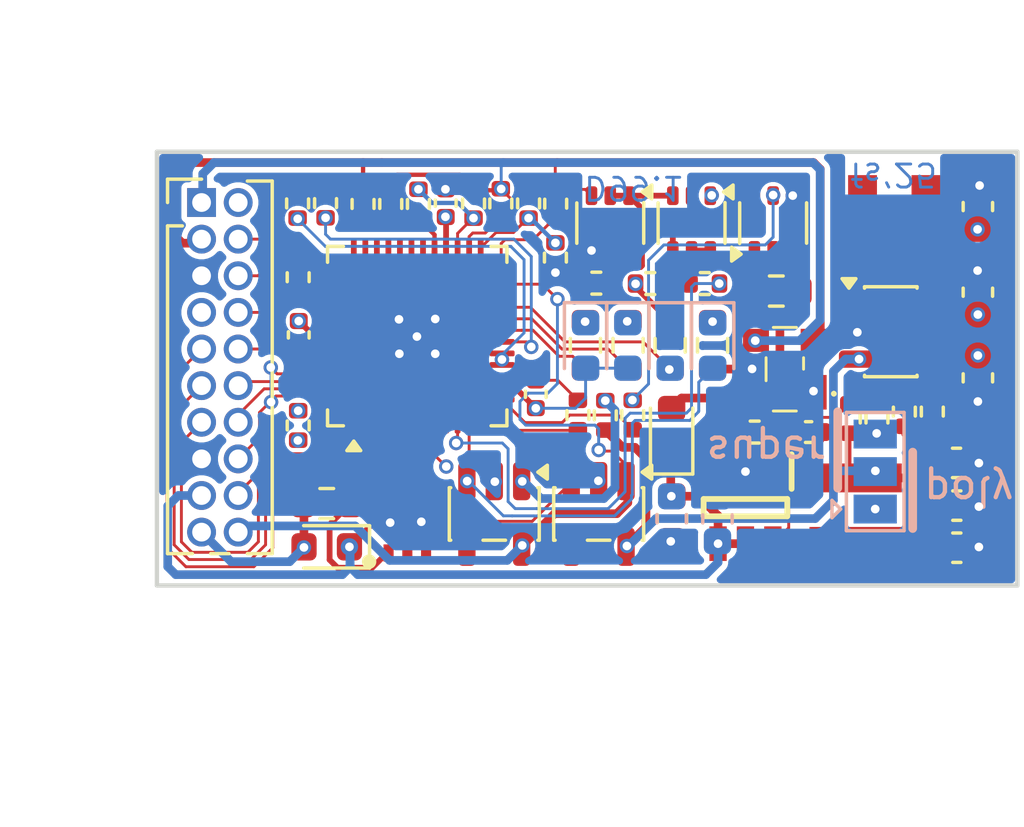
<source format=kicad_pcb>
(kicad_pcb (version 20241229) (generator "pcbnew") (generator_version "9.0")
  (title_block (title "Dcc Ambient Decoder Prototype") (date "2025-09-12") (rev "1") (company "Frank Schumacher") (comment 1 "D99.1") (comment 2 "SCAP 2.8V"))
  (layers (0 "F.Cu" signal) (4 "In1.Cu" signal) (6 "In2.Cu" signal) (2 "B.Cu" signal) (13 "F.Paste" user) (15 "B.Paste" user) (5 "F.SilkS" user "F.Silkscreen") (7 "B.SilkS" user "B.Silkscreen") (1 "F.Mask" user) (3 "B.Mask" user) (25 "Edge.Cuts" user))
  (net 0 "")
  (net 1 "GND")
  (net 2 "UPDI")
  (net 3 "+3V3")
  (net 4 "DCC-a")
  (net 5 "DCC-b")
  (net 6 "Net-(Q1-Pad1)")
  (net 7 "Net-(Q1-Pad5)")
  (net 8 "Net-(Q2-Pad5)")
  (net 9 "Net-(Q2-Pad2)")
  (net 10 "VTRK")
  (net 11 "Net-(Q3-Pad3)")
  (net 12 "ACK")
  (net 13 "VLDO")
  (net 14 "Net-(Q3-Pad5)")
  (net 15 "uDCC-a")
  (net 16 "uDCC-b")
  (net 17 "RCM.tx")
  (net 18 "LED.red")
  (net 19 "LED.grn")
  (net 20 "LED.blu")
  (net 21 "SCAP_CHG")
  (net 22 "SCAP_ENA")
  (net 23 "LED.shcp")
  (net 24 "~{LED.oe}")
  (net 25 "LED.stcp")
  (net 26 "LED.ds")
  (net 27 "NCAP")
  (net 28 "IACK")
  (net 29 "AUX4_Srv2b")
  (net 30 "AUX3_Srv2a")
  (net 31 "AUX2_Srv1b")
  (net 32 "AUX1_Srv1a")
  (net 33 "uOpto")
  (net 34 "SCAP")
  (net 35 "SUSI_dat")
  (net 36 "SUSI_clk")
  (net 37 "Net-(C5-Pad2)")
  (net 38 "Net-(D2-Pad1)")
  (net 39 "Net-(D3-Pad1)")
  (net 40 "Net-(D7-Pad1)")
  (net 41 "Net-(IC1-Pad3)")
  (net 42 "Net-(J1-Pad6)")
  (net 43 "Net-(J1-Pad4)")
  (net 44 "Net-(L1-Pad2)")
  (net 45 "Net-(R1-Pad1)")
  (net 46 "Net-(R2-Pad1)")
  (net 47 "Net-(R3-Pad1)")
  (net 48 "Net-(R25-Pad1)")
  (net 49 "Net-(C5-Pad1)")
  (net 50 "Net-(IC2-Pad1)")
  (net 51 "Net-(R16-Pad1)")
  (net 52 "Net-(JP1-Pad3)")
  (footprint "Capacitor_SMD:C_0402_1005Metric" (layer "F.Cu") (at 60.25632 -78.55764 -90)
    (property "Reference" "C2" (hide yes))
    (property "Value" "100n")
  )
  (footprint "Package_TO_SOT_SMD:SOT-363_SC-70-6" (layer "F.Cu") (at 65.9618 -77.867 -90)
    (property "Reference" "Q1" (hide yes))
    (property "Value" "BC847BDW1")
  )
  (footprint "Package_TO_SOT_SMD:SOT-363_SC-70-6" (layer "F.Cu") (at 68.7812 -77.867 -90)
    (property "Reference" "Q2" (hide yes))
    (property "Value" "BC857BDW1")
  )
  (footprint "Resistor_SMD:R_0402_1005Metric" (layer "F.Cu") (at 65.4792 -75.7842 180)
    (property "Reference" "R12")
    (property "Value" "5.1k")
  )
  (footprint "Resistor_SMD:R_0402_1005Metric" (layer "F.Cu") (at 69.24 -75.77)
    (property "Reference" "R13")
    (property "Value" "10k")
  )
  (footprint "Resistor_SMD:R_0402_1005Metric" (layer "F.Cu") (at 66.74 -71.21 90)
    (property "Reference" "R15")
    (property "Value" "3.3k")
  )
  (footprint "Resistor_SMD:R_0402_1005Metric" (layer "F.Cu") (at 62.1662 -78.54764 90)
    (property "Reference" "R3")
    (property "Value" "47k")
  )
  (footprint "Resistor_SMD:R_0402_1005Metric" (layer "F.Cu") (at 59.31 -78.53 -90)
    (property "Reference" "R23")
    (property "Value" "9.1k")
  )
  (footprint "Capacitor_SMD:C_0603_1608Metric" (layer "F.Cu") (at 77.97 -69.55)
    (property "Reference" "C7")
    (property "Value" "10uF/10V")
  )
  (footprint "Resistor_SMD:R_0603_1608Metric" (layer "F.Cu") (at 66.58 -73.63 -90)
    (property "Reference" "R4")
    (property "Value" "4.7k")
  )
  (footprint "Resistor_SMD:R_0603_1608Metric" (layer "F.Cu") (at 65.1 -73.63 -90)
    (property "Reference" "R5")
    (property "Value" "4.7k")
  )
  (footprint "Resistor_SMD:R_0603_1608Metric" (layer "F.Cu") (at 68.04 -73.63 -90)
    (property "Reference" "R8")
    (property "Value" "4.7k")
  )
  (footprint "Resistor_SMD:R_0402_1005Metric" (layer "F.Cu") (at 61.22132 -78.54764 -90)
    (property "Reference" "R20")
    (property "Value" "220k")
  )
  (footprint "Resistor_SMD:R_0402_1005Metric" (layer "F.Cu") (at 77.13 -71.33 -90)
    (property "Reference" "R25" (hide yes))
    (property "Value" "120k")
  )
  (footprint "Resistor_SMD:R_0402_1005Metric" (layer "F.Cu") (at 76.16 -71.33 90)
    (property "Reference" "R26" (hide yes))
    (property "Value" "68k")
  )
  (footprint "Resistor_SMD:R_0402_1005Metric" (layer "F.Cu") (at 67.35 -75.77)
    (property "Reference" "R11")
    (property "Value" "22")
  )
  (footprint "Capacitor_SMD:C_0402_1005Metric" (layer "F.Cu") (at 63.38 -71.93 -90)
    (property "Reference" "C3" (hide yes))
    (property "Value" "100n")
  )
  (footprint "Resistor_SMD:R_0402_1005Metric" (layer "F.Cu") (at 58.35 -78.53 90)
    (property "Reference" "R18" (hide yes))
    (property "Value" "10k")
  )
  (footprint "Package_TO_SOT_SMD:SOT-23-6" (layer "F.Cu") (at 75.69 -74.1)
    (property "Reference" "U3" (hide yes))
    (property "Value" "MCP1640BCH")
  )
  (footprint "Resistor_SMD:R_0603_1608Metric" (layer "F.Cu") (at 69.51 -73.63 -90)
    (property "Reference" "R77")
    (property "Value" "6.8k")
  )
  (footprint "Resistor_SMD:R_0402_1005Metric" (layer "F.Cu") (at 64.84 -71.21 90)
    (property "Reference" "R17")
    (property "Value" "47k")
  )
  (footprint "Package_DFN_QFN:UQFN-48-1EP_6x6mm_P0.4mm_EP4.62x4.62mm" (layer "F.Cu") (at 59.26826 -73.94754 90)
    (property "Reference" "U1" (hide yes))
    (property "Value" "AVR-64DA48")
  )
  (footprint "Resistor_SMD:R_0402_1005Metric" (layer "F.Cu") (at 64.07 -78.54 90)
    (property "Reference" "R2")
    (property "Value" "47k")
  )
  (footprint "Resistor_SMD:R_0402_1005Metric" (layer "F.Cu") (at 63.13 -78.55 -90)
    (property "Reference" "R19")
    (property "Value" "220k")
  )
  (footprint "Resistor_SMD:R_0402_1005Metric" (layer "F.Cu") (at 64.06 -76.67 -90)
    (property "Reference" "R22")
    (property "Value" "9.1k")
  )
  (footprint "Resistor_SMD:R_0402_1005Metric" (layer "F.Cu") (at 57.39 -78.53 90)
    (property "Reference" "R14" (hide yes))
    (property "Value" "10k")
  )
  (footprint "Package_TO_SOT_SMD:SOT-23-5" (layer "F.Cu") (at 61.94 -67.78 -90)
    (property "Reference" "U2" (hide yes))
    (property "Value" "MAX40203AUK")
  )
  (footprint "Capacitor_SMD:C_0402_1005Metric" (layer "F.Cu") (at 55.16 -73.99 90)
    (property "Reference" "C1" (hide yes))
    (property "Value" "100n")
  )
  (footprint "Package_TO_SOT_SMD:SOT-23-5" (layer "F.Cu") (at 65.56 -67.78 -90)
    (property "Reference" "U4" (hide yes))
    (property "Value" "MAX40203AUK")
  )
  (footprint "Connector_PinHeader_1.27mm:PinHeader_2x10_P1.27mm_Vertical" (layer "F.Cu") (at 51.79 -78.58)
    (property "Reference" "J1")
    (property "Value" "Conn_02x10_Counter_Clockwise")
  )
  (footprint "Package_TO_SOT_SMD:SOT-363_SC-70-6" (layer "F.Cu") (at 71.61 -77.87 90)
    (property "Reference" "Q3" (hide yes))
    (property "Value" "BC847BDW1")
  )
  (footprint "Resistor_SMD:R_0603_1608Metric" (layer "F.Cu") (at 71.72 -75.51 180)
    (property "Reference" "R21")
    (property "Value" "200")
  )
  (footprint "Resistor_SMD:R_0402_1005Metric" (layer "F.Cu") (at 65.79 -71.2 -90)
    (property "Reference" "R16")
    (property "Value" "22")
  )
  (footprint "Resistor_SMD:R_0402_1005Metric" (layer "F.Cu") (at 55.14 -75.99 90)
    (property "Reference" "R1")
    (property "Value" "4.7k")
  )
  (footprint "Diode_SMD:D_0603_1608Metric" (layer "F.Cu") (at 68.09 -70.65 90)
    (property "Reference" "D6")
    (property "Value" "NSR20F40NXT5G")
  )
  (footprint "Diode_SMD:D_0603_1608Metric" (layer "F.Cu") (at 56.13 -66.64 180)
    (property "Reference" "D5")
    (property "Value" "NSR20F40NXT5G")
  )
  (footprint "Resistor_SMD:R_0603_1608Metric" (layer "F.Cu") (at 56.13 -68.14)
    (property "Reference" "R24")
    (property "Value" "75")
  )
  (footprint "Resistor_SMD:R_0402_1005Metric" (layer "F.Cu") (at 56.09 -78.56 90)
    (property "Reference" "R9")
    (property "Value" "470")
  )
  (footprint "Resistor_SMD:R_0402_1005Metric" (layer "F.Cu") (at 55.12 -78.55 90)
    (property "Reference" "R10")
    (property "Value" "470")
  )
  (footprint "Capacitor_SMD:C_0402_1005Metric" (layer "F.Cu") (at 72.84 -70.62 180)
    (property "Reference" "C5")
    (property "Value" "100n")
  )
  (footprint "RTB:SOT95P280X145-6N" (layer "F.Cu") (at 70.65 -68 -90)
    (property "Reference" "IC1")
    (property "Value" "TPS560430YFQDBVRQ1")
  )
  (footprint "RTB:WE-TPC_282892" (layer "F.Cu") (at 75.81 -77.93 -90)
    (property "Reference" "L1")
    (property "Value" "744029004")
  )
  (footprint "RTB:WE-TPC_282892" (layer "F.Cu") (at 74.47 -67.93 180)
    (property "Reference" "L2")
    (property "Value" "744029004")
  )
  (footprint "Resistor_SMD:R_0402_1005Metric" (layer "F.Cu") (at 74.25 -71.09 90)
    (property "Reference" "R6")
    (property "Value" "51k")
  )
  (footprint "Resistor_SMD:R_0402_1005Metric" (layer "F.Cu") (at 70.97 -70.62 180)
    (property "Reference" "R7")
    (property "Value" "22k")
  )
  (footprint "Capacitor_SMD:C_0603_1608Metric" (layer "F.Cu") (at 77.98 -66.61)
    (property "Reference" "C9")
    (property "Value" "10uF/10V")
  )
  (footprint "Capacitor_SMD:C_0603_1608Metric" (layer "F.Cu") (at 78.71 -75.47 90)
    (property "Reference" "C10")
    (property "Value" "10uF/10V")
  )
  (footprint "Capacitor_SMD:C_0603_1608Metric" (layer "F.Cu") (at 68.1 -67.62 -90)
    (property "Reference" "C4")
    (property "Value" "10u/35V")
  )
  (footprint "Capacitor_SMD:C_0603_1608Metric" (layer "F.Cu") (at 77.98 -68.07)
    (property "Reference" "C6")
    (property "Value" "10uF/10V")
  )
  (footprint "Capacitor_SMD:C_0603_1608Metric" (layer "F.Cu") (at 78.71 -72.5 -90)
    (property "Reference" "C8")
    (property "Value" "10uF/10V")
  )
  (footprint "Capacitor_SMD:C_0603_1608Metric" (layer "F.Cu") (at 78.71 -78.44 90)
    (property "Reference" "C11")
    (property "Value" "10uF/10V")
  )
  (footprint "RTB:BF998215" (layer "F.Cu") (at 72.39 -72.8 90)
    (property "Reference" "D4")
    (property "Value" "BAS3007ARPPE6327HTSA1")
  )
  (footprint "Resistor_SMD:R_0402_1005Metric" (layer "F.Cu") (at 55.14 -70.85 90)
    (property "Reference" "R27")
    (property "Value" "4.7k")
  )
  (footprint "RTB:SON65P200X200X80-7N" (layer "F.Cu") (at 58.925 -67.475 90)
    (property "Reference" "IC2")
    (property "Value" "NCP730BMT1500TBG" (hide yes))
  )
  (footprint "Resistor_SMD:R_0402_1005Metric" (layer "F.Cu") (at 75.21 -71.09 90)
    (property "Reference" "R28")
    (property "Value" "169k")
  )
  (footprint "LED_SMD:LED_0603_1608Metric" (layer "B.Cu") (at 66.56994 -73.62294 -90)
    (property "Reference" "D2")
    (property "Value" "LED (grn)")
  )
  (footprint "LED_SMD:LED_0603_1608Metric" (layer "B.Cu") (at 65.1069 -73.62294 -90)
    (property "Reference" "D3")
    (property "Value" "LED (blu)")
  )
  (footprint "LED_SMD:LED_0603_1608Metric" (layer "B.Cu") (at 69.5138 -73.6204 -90)
    (property "Reference" "D7")
    (property "Value" "LED (ylw)")
  )
  (footprint "LED_SMD:LED_0603_1608Metric" (layer "B.Cu") (at 68.0406 -73.6204 -90)
    (property "Reference" "D1" (hide yes))
    (property "Value" "LED (red)")
  )
  (footprint "Capacitor_SMD:C_0603_1608Metric" (layer "B.Cu") (at 68.09 -67.615 -90)
    (property "Reference" "C12")
    (property "Value" "10u/35V")
  )
  (footprint "Capacitor_SMD:C_0603_1608Metric" (layer "B.Cu") (at 69.68 -67.61 90)
    (property "Reference" "C13")
    (property "Value" "10u/35V")
  )
  (footprint "Jumper:SolderJumper-3_P1.3mm_Open_Pad1.0x1.5mm" (layer "B.Cu") (at 75.15 -69.25 90)
    (property "Reference" "JP1")
    (property "Value" "Mode")
  )
  (gr_line (start 73.85 -71.325) (end 73.85 -68.675) (stroke (width 0.3)) (layer "B.SilkS"))
  (gr_line (start 76.45 -69.925) (end 76.45 -67.275) (stroke (width 0.3)) (layer "B.SilkS"))
  (gr_line (start 80.0792 -80.3402) (end 50.2412 -80.3402) (stroke (width 0.15)) (layer "Edge.Cuts"))
  (gr_line (start 80.0792 -65.3006) (end 50.2412 -65.3006) (stroke (width 0.15)) (layer "Edge.Cuts"))
  (gr_line (start 80.0792 -65.3006) (end 80.0792 -80.3402) (stroke (width 0.15)) (layer "Edge.Cuts"))
  (gr_line (start 50.2412 -80.3402) (end 50.2412 -65.3006) (stroke (width 0.15)) (layer "Edge.Cuts"))
  (gr_text "D99.1" (at 66.79 -79.09 180) (layer "B.Cu") (effects (font (size 0.8 0.8) (thickness 0.1)) (justify mirror)))
  (gr_text "fs'25" (at 75.79 -79.55 180) (layer "B.Cu") (effects (font (size 0.8 0.8) (thickness 0.1)) (justify mirror)))
  (gr_text "poly" (at 78.4 -68.575 180) (layer "B.SilkS") (effects (font (size 1 1)) (justify mirror)))
  (gr_text "super" (at 71.35 -69.975 180) (layer "B.SilkS") (effects (font (size 1 1)) (justify mirror)))
  (segment (start 60.24616 -79.05534) (end 60.24616 -79.05534) (width 0.15) (layer "F.Cu") (net 1))
  (segment (start 60.24616 -79.05534) (end 60.24616 -79.05534) (width 0.15) (layer "F.Cu") (net 1))
  (segment (start 59.86826 -76.88504) (end 59.86826 -74.54754) (width 0.2) (layer "F.Cu") (net 1))
  (segment (start 65.3118 -76.87405) (end 65.3118 -76.87405) (width 0.15) (layer "F.Cu") (net 1))
  (segment (start 65.3118 -76.917) (end 65.3118 -76.87405) (width 0.15) (layer "F.Cu") (net 1))
  (segment (start 78.745 -68.035) (end 78.745 -69.545) (width 0.35) (layer "F.Cu") (net 1))
  (segment (start 78.745 -66.635) (end 78.745 -68.035) (width 0.35) (layer "F.Cu") (net 1))
  (segment (start 78.745 -69.545) (end 78.745 -69.545) (width 0.35) (layer "F.Cu") (net 1))
  (segment (start 70.65 -69.25) (end 70.65 -70.43) (width 0.3) (layer "F.Cu") (net 1))
  (segment (start 58.87 -67.48) (end 58.9 -67.51) (width 0.3) (layer "F.Cu") (net 1))
  (segment (start 78.54499 -70.27501) (end 78.745 -70.075) (width 0.2) (layer "F.Cu") (net 1))
  (segment (start 78.745 -70.075) (end 78.745 -69.55) (width 0.2) (layer "F.Cu") (net 1))
  (segment (start 70.65 -70.43) (end 70.46 -70.62) (width 0.3) (layer "F.Cu") (net 1))
  (segment (start 65.3118 -76.917) (end 65.3118 -76.917) (width 0.15) (layer "F.Cu") (net 1))
  (segment (start 59.31 -78.02) (end 57.39 -78.02) (width 0.15) (layer "F.Cu") (net 1))
  (segment (start 59.86826 -74.54754) (end 59.26826 -73.94754) (width 0.15) (layer "F.Cu") (net 1))
  (segment (start 62.20576 -72.54754) (end 60.66826 -72.54754) (width 0.2) (layer "F.Cu") (net 1))
  (segment (start 60.66826 -72.54754) (end 59.26826 -73.94754) (width 0.15) (layer "F.Cu") (net 1))
  (segment (start 78.745 -66.62) (end 78.745 -66.635) (width 0.35) (layer "F.Cu") (net 1))
  (segment (start 56.33076 -73.74754) (end 55.40254 -73.74754) (width 0.2) (layer "F.Cu") (net 1))
  (segment (start 76.16 -70.55) (end 76.43499 -70.27501) (width 0.2) (layer "F.Cu") (net 1))
  (segment (start 59.86826 -76.88504) (end 59.86826 -77.46174) (width 0.15) (layer "F.Cu") (net 1))
  (segment (start 63.38 -72.415) (end 64.145 -72.415) (width 0.1) (layer "F.Cu") (net 1))
  (segment (start 70.65 -69.25) (end 70.65 -69.25) (width 0.3) (layer "F.Cu") (net 1))
  (segment (start 59.52 -66.43) (end 59.52 -67.4) (width 0.2) (layer "F.Cu") (net 1))
  (segment (start 55.40254 -73.74754) (end 55.16 -73.505) (width 0.2) (layer "F.Cu") (net 1))
  (segment (start 59.86826 -77.46174) (end 59.31 -78.02) (width 0.15) (layer "F.Cu") (net 1))
  (segment (start 69.51 -72.805) (end 70.875 -72.805) (width 0.3) (layer "F.Cu") (net 1))
  (segment (start 76.43499 -70.27501) (end 78.54499 -70.27501) (width 0.2) (layer "F.Cu") (net 1))
  (segment (start 59.52 -67.4) (end 59.41 -67.51) (width 0.2) (layer "F.Cu") (net 1))
  (segment (start 63.24746 -72.54754) (end 63.38 -72.415) (width 0.2) (layer "F.Cu") (net 1))
  (segment (start 64.145 -72.415) (end 64.84 -71.72) (width 0.1) (layer "F.Cu") (net 1))
  (segment (start 59.06826 -73.74754) (end 59.26826 -73.94754) (width 0.15) (layer "F.Cu") (net 1))
  (segment (start 70.875 -72.805) (end 70.88 -72.81) (width 0.3) (layer "F.Cu") (net 1))
  (segment (start 56.33076 -73.74754) (end 59.06826 -73.74754) (width 0.2) (layer "F.Cu") (net 1))
  (segment (start 58.87 -67.48) (end 58.87 -67.48) (width 0.3) (layer "F.Cu") (net 1))
  (segment (start 76.16 -70.845) (end 76.16 -70.55) (width 0.2) (layer "F.Cu") (net 1))
  (segment (start 62.20576 -72.54754) (end 63.24746 -72.54754) (width 0.2) (layer "F.Cu") (net 1))
  (via (at 58.6358 -74.5292) (size 0.6) (drill 0.3) (layers "F.Cu" "B.Cu") (net 1))
  (via (at 59.8931 -74.5419) (size 0.6) (drill 0.3) (layers "F.Cu" "B.Cu") (net 1))
  (via (at 58.6485 -73.3354) (size 0.6) (drill 0.3) (layers "F.Cu" "B.Cu") (net 1))
  (via (at 59.8931 -73.3354) (size 0.6) (drill 0.3) (layers "F.Cu" "B.Cu") (net 1))
  (via (at 59.2581 -73.9323) (size 0.6) (drill 0.3) (layers "F.Cu" "B.Cu") (net 1))
  (via (at 59.41 -67.51) (size 0.5) (drill 0.3) (layers "F.Cu" "B.Cu") (net 1))
  (via (at 78.7 -76.22) (size 0.5) (drill 0.3) (layers "F.Cu" "B.Cu") (net 1))
  (via (at 78.745 -66.635) (size 0.5) (drill 0.3) (layers "F.Cu" "B.Cu") (net 1))
  (via (at 78.745 -69.545) (size 0.5) (drill 0.3) (layers "F.Cu" "B.Cu") (net 1))
  (via (at 65.55 -68.93) (size 0.5) (drill 0.3) (layers "F.Cu" "B.Cu") (net 1))
  (via (at 70.65 -69.25) (size 0.5) (drill 0.3) (layers "F.Cu" "B.Cu") (net 1))
  (via (at 68.06 -66.83) (size 0.5) (drill 0.3) (layers "F.Cu" "B.Cu") (net 1))
  (via (at 60.24616 -79.04) (size 0.5) (drill 0.3) (layers "F.Cu" "B.Cu") (net 1))
  (via (at 78.77 -79.17) (size 0.5) (drill 0.3) (layers "F.Cu" "B.Cu") (net 1))
  (via (at 70.88 -72.81) (size 0.5) (drill 0.3) (layers "F.Cu" "B.Cu") (net 1))
  (via (at 72.29 -78.82) (size 0.5) (drill 0.3) (layers "F.Cu" "B.Cu") (net 1))
  (via (at 74.53 -74.08) (size 0.5) (drill 0.3) (layers "F.Cu" "B.Cu") (net 1))
  (via (at 78.745 -68.035) (size 0.5) (drill 0.3) (layers "F.Cu" "B.Cu") (net 1))
  (via (at 58.33 -67.48) (size 0.5) (drill 0.3) (layers "F.Cu" "B.Cu") (net 1))
  (via (at 78.71 -71.68) (size 0.5) (drill 0.3) (layers "F.Cu" "B.Cu") (net 1))
  (via (at 61.96 -68.9) (size 0.5) (drill 0.3) (layers "F.Cu" "B.Cu") (net 1))
  (via (at 73.01 -72.04) (size 0.5) (drill 0.3) (layers "F.Cu" "B.Cu") (net 1))
  (via (at 64.06 -76.15) (size 0.5) (drill 0.3) (layers "F.Cu" "B.Cu") (net 1))
  (via (at 65.3118 -76.917) (size 0.5) (drill 0.3) (layers "F.Cu" "B.Cu") (net 1))
  (segment (start 68.0406 -74.4079) (end 67.56 -74.8885) (width 0.1) (layer "B.Cu") (net 1))
  (segment (start 70.455 -68.385) (end 70.65 -68.58) (width 0.3) (layer "B.Cu") (net 1))
  (segment (start 67.96 -76.86) (end 71.47 -76.86) (width 0.1) (layer "B.Cu") (net 1))
  (segment (start 67.56 -76.46) (end 67.96 -76.86) (width 0.1) (layer "B.Cu") (net 1))
  (segment (start 67.56 -74.8885) (end 67.56 -76.46) (width 0.1) (layer "B.Cu") (net 1))
  (segment (start 70.65 -68.58) (end 70.65 -69.25) (width 0.3) (layer "B.Cu") (net 1))
  (segment (start 71.86001 -77.25001) (end 71.86001 -78.39001) (width 0.1) (layer "B.Cu") (net 1))
  (segment (start 71.47 -76.86) (end 71.86001 -77.25001) (width 0.1) (layer "B.Cu") (net 1))
  (segment (start 71.86001 -78.39001) (end 72.29 -78.82) (width 0.1) (layer "B.Cu") (net 1))
  (segment (start 69.68 -68.385) (end 70.455 -68.385) (width 0.3) (layer "B.Cu") (net 1))
  (segment (start 54.5 -73.5) (end 53.06 -73.5) (width 0.1) (layer "F.Cu") (net 2))
  (segment (start 54.62 -74.82) (end 54.62 -73.62) (width 0.1) (layer "F.Cu") (net 2))
  (segment (start 55.92246 -74.54754) (end 55.49 -74.98) (width 0.1) (layer "F.Cu") (net 2))
  (segment (start 54.62 -73.62) (end 54.5 -73.5) (width 0.1) (layer "F.Cu") (net 2))
  (segment (start 54.78 -74.98) (end 54.62 -74.82) (width 0.1) (layer "F.Cu") (net 2))
  (segment (start 55.49 -74.98) (end 54.78 -74.98) (width 0.1) (layer "F.Cu") (net 2))
  (segment (start 56.33076 -74.54754) (end 55.92246 -74.54754) (width 0.1) (layer "F.Cu") (net 2))
  (segment (start 60.24616 -78.08534) (end 60.24616 -78.08534) (width 0.2) (layer "F.Cu") (net 3))
  (segment (start 63.38 -71.445) (end 63.38 -71.445) (width 0.2) (layer "F.Cu") (net 3))
  (segment (start 76.8096 -74.065) (end 76.8096 -74.065) (width 0.1) (layer "F.Cu") (net 3))
  (segment (start 78.71 -74.695) (end 78.71 -74.01) (width 0.35) (layer "F.Cu") (net 3))
  (segment (start 78.71 -73.275) (end 78.71 -73.275) (width 0.1) (layer "F.Cu") (net 3))
  (segment (start 76.8096 -74.065) (end 76.8096 -74.065) (width 0.1) (layer "F.Cu") (net 3))
  (segment (start 76.8096 -74.065) (end 76.8096 -74.065) (width 0.1) (layer "F.Cu") (net 3))
  (segment (start 60.26826 -76.88504) (end 60.26826 -77.99974) (width 0.2) (layer "F.Cu") (net 3))
  (segment (start 55.48746 -74.14754) (end 55.16 -74.475) (width 0.2) (layer "F.Cu") (net 3))
  (segment (start 66.84 -75.77) (end 66.84 -75.655) (width 0.2) (layer "F.Cu") (net 3))
  (segment (start 77.85 -77.5) (end 78 -77.65) (width 0.3) (layer "F.Cu") (net 3))
  (segment (start 78 -77.65) (end 78.7 -77.65) (width 0.3) (layer "F.Cu") (net 3))
  (segment (start 56.33076 -74.14754) (end 55.48746 -74.14754) (width 0.2) (layer "F.Cu") (net 3))
  (segment (start 62.20576 -72.14754) (end 62.67746 -72.14754) (width 0.2) (layer "F.Cu") (net 3))
  (segment (start 77.82 -73.06) (end 78.035 -73.275) (width 0.1) (layer "F.Cu") (net 3))
  (segment (start 62.67746 -72.14754) (end 63.38 -71.445) (width 0.2) (layer "F.Cu") (net 3))
  (segment (start 78.71 -74.01) (end 78.71 -73.275) (width 0.35) (layer "F.Cu") (net 3))
  (segment (start 60.26826 -78.06324) (end 60.24616 -78.08534) (width 0.2) (layer "F.Cu") (net 3))
  (segment (start 78.71 -74.695) (end 78.71 -74.695) (width 0.35) (layer "F.Cu") (net 3))
  (segment (start 77.82 -71.08) (end 77.82 -73.06) (width 0.1) (layer "F.Cu") (net 3))
  (segment (start 78.71 -74.01) (end 77.85 -74.01) (width 0.3) (layer "F.Cu") (net 3))
  (segment (start 66.84 -75.655) (end 68.04 -74.455) (width 0.2) (layer "F.Cu") (net 3))
  (segment (start 76.88 -74.01) (end 76.79 -74.1) (width 0.3) (layer "F.Cu") (net 3))
  (segment (start 78.035 -73.275) (end 78.71 -73.275) (width 0.1) (layer "F.Cu") (net 3))
  (segment (start 77.85 -74.01) (end 77.85 -77.5) (width 0.3) (layer "F.Cu") (net 3))
  (segment (start 77.85 -74.01) (end 76.88 -74.01) (width 0.3) (layer "F.Cu") (net 3))
  (segment (start 77.585 -70.845) (end 77.82 -71.08) (width 0.1) (layer "F.Cu") (net 3))
  (segment (start 77.13 -70.845) (end 77.585 -70.845) (width 0.1) (layer "F.Cu") (net 3))
  (via (at 63.38 -71.445) (size 0.5) (drill 0.3) (layers "F.Cu" "B.Cu") (net 3))
  (via (at 78.71 -74.695) (size 0.5) (drill 0.3) (layers "F.Cu" "B.Cu") (net 3))
  (via (at 55.13 -70.33) (size 0.5) (drill 0.3) (layers "F.Cu" "B.Cu") (net 3))
  (via (at 75.15 -67.95) (size 0.5) (drill 0.3) (layers "F.Cu" "B.Cu") (net 3))
  (via (at 78.7 -77.65) (size 0.5) (drill 0.3) (layers "F.Cu" "B.Cu") (net 3))
  (via (at 78.71 -73.275) (size 0.5) (drill 0.3) (layers "F.Cu" "B.Cu") (net 3))
  (via (at 60.24616 -78.08534) (size 0.5) (drill 0.3) (layers "F.Cu" "B.Cu") (net 3))
  (via (at 66.84 -75.76) (size 0.5) (drill 0.3) (layers "F.Cu" "B.Cu") (net 3))
  (via (at 55.16 -74.47) (size 0.5) (drill 0.3) (layers "F.Cu" "B.Cu") (net 3))
  (via (at 69.48 -78.83) (size 0.5) (drill 0.3) (layers "F.Cu" "B.Cu") (net 3))
  (segment (start 65.1069 -71.7969) (end 65.1069 -72.83544) (width 0.1) (layer "B.Cu") (net 3))
  (segment (start 63.38 -71.445) (end 64.755 -71.445) (width 0.1) (layer "B.Cu") (net 3))
  (segment (start 64.755 -71.445) (end 65.1069 -71.7969) (width 0.1) (layer "B.Cu") (net 3))
  (segment (start 65.1069 -72.83544) (end 66.56994 -72.83544) (width 0.1) (layer "B.Cu") (net 3))
  (segment (start 64.06 -79.035) (end 64.055 -79.035) (width 0.1) (layer "F.Cu") (net 4))
  (segment (start 64.055 -79.035) (end 63.13 -79.035) (width 0.1) (layer "F.Cu") (net 4))
  (segment (start 57.39 -79.04) (end 57.39 -79.96) (width 0.15) (layer "F.Cu") (net 4))
  (segment (start 50.61621 -79.81621) (end 50.76519 -79.96519) (width 0.3) (layer "F.Cu") (net 4))
  (segment (start 64.055 -79.035) (end 64.055 -79.895) (width 0.1) (layer "F.Cu") (net 4))
  (segment (start 73.24501 -74.17001) (end 73.075 -74) (width 0.3) (layer "F.Cu") (net 4))
  (segment (start 50.61621 -77.676684) (end 50.61621 -79.81621) (width 0.3) (layer "F.Cu") (net 4))
  (segment (start 51.83 -77.17) (end 51.122894 -77.17) (width 0.3) (layer "F.Cu") (net 4))
  (segment (start 57.39 -79.96) (end 57.39519 -79.96519) (width 0.15) (layer "F.Cu") (net 4))
  (segment (start 57.39519 -79.96519) (end 58.03519 -79.96519) (width 0.3) (layer "F.Cu") (net 4))
  (segment (start 64.055 -79.895) (end 64.12519 -79.96519) (width 0.1) (layer "F.Cu") (net 4))
  (segment (start 65.0938 -79.035) (end 65.3118 -78.817) (width 0.1) (layer "F.Cu") (net 4))
  (segment (start 64.055 -79.035) (end 65.0938 -79.035) (width 0.1) (layer "F.Cu") (net 4))
  (segment (start 64.12519 -79.96519) (end 73.01481 -79.96519) (width 0.3) (layer "F.Cu") (net 4))
  (segment (start 73.24501 -79.73499) (end 73.24501 -74.17001) (width 0.3) (layer "F.Cu") (net 4))
  (segment (start 58.03519 -79.96519) (end 64.12519 -79.96519) (width 0.3) (layer "F.Cu") (net 4))
  (segment (start 65.3048 -78.81) (end 65.3118 -78.817) (width 0.3) (layer "F.Cu") (net 4))
  (segment (start 50.76519 -79.96519) (end 57.39519 -79.96519) (width 0.3) (layer "F.Cu") (net 4))
  (segment (start 51.122894 -77.17) (end 50.61621 -77.676684) (width 0.3) (layer "F.Cu") (net 4))
  (segment (start 73.01481 -79.96519) (end 73.24501 -79.73499) (width 0.3) (layer "F.Cu") (net 4))
  (segment (start 62.13826 -79.04534) (end 62.13826 -79.04534) (width 0.15) (layer "F.Cu") (net 5))
  (segment (start 62.17636 -79.04774) (end 62.17396 -79.04534) (width 0.15) (layer "F.Cu") (net 5))
  (segment (start 65.37 -77.71) (end 66.42 -77.71) (width 0.1) (layer "F.Cu") (net 5))
  (segment (start 58.58265 -79.54265) (end 60.73631 -79.54265) (width 0.15) (layer "F.Cu") (net 5))
  (segment (start 60.73631 -79.54265) (end 61.22132 -79.05764) (width 0.15) (layer "F.Cu") (net 5))
  (segment (start 62.64385 -78.57999) (end 64.50001 -78.57999) (width 0.1) (layer "F.Cu") (net 5))
  (segment (start 62.1662 -79.05764) (end 62.64385 -78.57999) (width 0.1) (layer "F.Cu") (net 5))
  (segment (start 66.6118 -77.5182) (end 66.6118 -76.917) (width 0.1) (layer "F.Cu") (net 5))
  (segment (start 66.42 -77.71) (end 66.6118 -77.5182) (width 0.1) (layer "F.Cu") (net 5))
  (segment (start 64.50001 -78.57999) (end 65.37 -77.71) (width 0.1) (layer "F.Cu") (net 5))
  (segment (start 58.35 -79.04) (end 58.35 -79.31) (width 0.15) (layer "F.Cu") (net 5))
  (segment (start 61.22683 -79.00427) (end 61.749696 -79.00427) (width 0.15) (layer "F.Cu") (net 5))
  (segment (start 62.17396 -79.04534) (end 62.17396 -79.04534) (width 0.15) (layer "F.Cu") (net 5))
  (segment (start 61.749696 -79.00427) (end 62.17396 -79.00427) (width 0.15) (layer "F.Cu") (net 5))
  (segment (start 58.35 -79.31) (end 58.58265 -79.54265) (width 0.15) (layer "F.Cu") (net 5))
  (segment (start 62.17396 -79.04534) (end 62.17396 -79.00427) (width 0.15) (layer "F.Cu") (net 5))
  (segment (start 62.17636 -79.04774) (end 62.17636 -79.04774) (width 0.15) (layer "F.Cu") (net 5))
  (via (at 70.99 -73.79) (size 0.5) (drill 0.3) (layers "F.Cu" "B.Cu") (net 5))
  (via (at 62.18 -79.05) (size 0.5) (drill 0.3) (layers "F.Cu" "B.Cu") (net 5))
  (segment (start 62.18 -79.05) (end 62.18 -79.89) (width 0.1) (layer "B.Cu") (net 5))
  (segment (start 52.22 -79.96519) (end 62.25519 -79.96519) (width 0.3) (layer "B.Cu") (net 5))
  (segment (start 62.18 -79.89) (end 62.25519 -79.96519) (width 0.2) (layer "B.Cu") (net 5))
  (segment (start 72.99481 -79.96519) (end 73.24 -79.72) (width 0.3) (layer "B.Cu") (net 5))
  (segment (start 73.24 -79.72) (end 73.24 -74.5) (width 0.3) (layer "B.Cu") (net 5))
  (segment (start 51.83 -78.44) (end 51.83 -79.57519) (width 0.3) (layer "B.Cu") (net 5))
  (segment (start 62.18 -79.05) (end 62.18 -79.05) (width 0.1) (layer "B.Cu") (net 5))
  (segment (start 51.83 -79.57519) (end 52.22 -79.96519) (width 0.3) (layer "B.Cu") (net 5))
  (segment (start 73.24 -74.5) (end 72.53 -73.79) (width 0.3) (layer "B.Cu") (net 5))
  (segment (start 62.25519 -79.96519) (end 72.99481 -79.96519) (width 0.3) (layer "B.Cu") (net 5))
  (segment (start 72.53 -73.79) (end 70.99 -73.79) (width 0.3) (layer "B.Cu") (net 5))
  (segment (start 67.009812 -76.34001) (end 67.061801 -76.391999) (width 0.2) (layer "F.Cu") (net 6))
  (segment (start 66.6118 -78.817) (end 65.9618 -78.817) (width 0.2) (layer "F.Cu") (net 6))
  (segment (start 65.9618 -75.7866) (end 65.9642 -75.7842) (width 0.15) (layer "F.Cu") (net 6))
  (segment (start 67.061801 -76.391999) (end 67.061801 -78.366999) (width 0.2) (layer "F.Cu") (net 6))
  (segment (start 65.9892 -75.7842) (end 66.54501 -76.34001) (width 0.2) (layer "F.Cu") (net 6))
  (segment (start 67.061801 -78.366999) (end 66.6118 -78.817) (width 0.2) (layer "F.Cu") (net 6))
  (segment (start 68.1312 -78.817) (end 66.6118 -78.817) (width 0.2) (layer "F.Cu") (net 6))
  (segment (start 66.54501 -76.34001) (end 67.009812 -76.34001) (width 0.2) (layer "F.Cu") (net 6))
  (segment (start 65.9618 -76.621288) (end 65.9618 -76.917) (width 0.2) (layer "F.Cu") (net 7))
  (segment (start 65.124712 -75.7842) (end 65.9618 -76.621288) (width 0.2) (layer "F.Cu") (net 7))
  (segment (start 64.9692 -75.7842) (end 65.124712 -75.7842) (width 0.2) (layer "F.Cu") (net 7))
  (segment (start 69.4312 -76.917) (end 68.7812 -76.917) (width 0.2) (layer "F.Cu") (net 8))
  (segment (start 68.7812 -76.917) (end 68.7812 -75.7862) (width 0.1) (layer "F.Cu") (net 8))
  (segment (start 68.7812 -75.7862) (end 68.765 -75.77) (width 0.1) (layer "F.Cu") (net 8))
  (segment (start 68.1312 -76.0662) (end 67.835 -75.77) (width 0.1) (layer "F.Cu") (net 9))
  (segment (start 68.7812 -78.292) (end 68.1312 -77.642) (width 0.2) (layer "F.Cu") (net 9))
  (segment (start 68.1312 -77.642) (end 68.1312 -77.442) (width 0.2) (layer "F.Cu") (net 9))
  (segment (start 68.1312 -77.442) (end 68.1312 -76.917) (width 0.2) (layer "F.Cu") (net 9))
  (segment (start 68.7812 -78.817) (end 68.7812 -78.292) (width 0.2) (layer "F.Cu") (net 9))
  (segment (start 68.1312 -76.917) (end 68.1312 -76.0662) (width 0.1) (layer "F.Cu") (net 9))
  (segment (start 68.08 -68.395) (end 68.08 -68.395) (width 0.3) (layer "F.Cu") (net 10))
  (segment (start 69.7 -66.75) (end 70.65 -66.75) (width 0.3) (layer "F.Cu") (net 10))
  (segment (start 56.9175 -66.64) (end 56.9175 -66.64) (width 0.2) (layer "F.Cu") (net 10))
  (segment (start 68.06 -69.8525) (end 68.06 -68.415) (width 0.3) (layer "F.Cu") (net 10))
  (segment (start 68.06 -68.415) (end 68.08 -68.395) (width 0.3) (layer "F.Cu") (net 10))
  (segment (start 69.7 -66.75) (end 69.7 -67.72) (width 0.3) (layer "F.Cu") (net 10))
  (segment (start 69.025 -68.395) (end 68.08 -68.395) (width 0.3) (layer "F.Cu") (net 10))
  (segment (start 57.69 -68.375) (end 57.69 -67.4125) (width 0.2) (layer "F.Cu") (net 10))
  (segment (start 57.845 -68.53) (end 57.69 -68.375) (width 0.2) (layer "F.Cu") (net 10))
  (segment (start 69.7 -67.72) (end 69.025 -68.395) (width 0.3) (layer "F.Cu") (net 10))
  (segment (start 58.22 -68.53) (end 57.845 -68.53) (width 0.2) (layer "F.Cu") (net 10))
  (segment (start 69.7 -66.75) (end 69.7 -66.75) (width 0.3) (layer "F.Cu") (net 10))
  (segment (start 57.69 -67.4125) (end 56.9175 -66.64) (width 0.2) (layer "F.Cu") (net 10))
  (via (at 69.7 -66.75) (size 0.5) (drill 0.3) (layers "F.Cu" "B.Cu") (net 10))
  (via (at 68.08 -68.395) (size 0.5) (drill 0.3) (layers "F.Cu" "B.Cu") (net 10))
  (via (at 56.9175 -66.64) (size 0.6) (drill 0.3) (layers "F.Cu" "B.Cu") (net 10))
  (segment (start 56.93875 -65.94125) (end 57.20439 -65.67561) (width 0.3) (layer "B.Cu") (net 10))
  (segment (start 50.89439 -65.67561) (end 56.67561 -65.67561) (width 0.3) (layer "B.Cu") (net 10))
  (segment (start 50.61621 -65.95379) (end 50.89439 -65.67561) (width 0.3) (layer "B.Cu") (net 10))
  (segment (start 51.79 -68.42) (end 50.98 -68.42) (width 0.3) (layer "B.Cu") (net 10))
  (segment (start 56.93875 -65.93875) (end 56.93875 -66.66125) (width 0.3) (layer "B.Cu") (net 10))
  (segment (start 56.93875 -66.66125) (end 56.93875 -65.94125) (width 0.3) (layer "B.Cu") (net 10))
  (segment (start 50.61621 -68.05621) (end 50.61621 -65.95379) (width 0.3) (layer "B.Cu") (net 10))
  (segment (start 69.7 -66.1) (end 69.7 -66.75) (width 0.3) (layer "B.Cu") (net 10))
  (segment (start 57.20439 -65.67561) (end 69.27561 -65.67561) (width 0.3) (layer "B.Cu") (net 10))
  (segment (start 56.67561 -65.67561) (end 56.93875 -65.93875) (width 0.3) (layer "B.Cu") (net 10))
  (segment (start 69.27561 -65.67561) (end 69.7 -66.1) (width 0.3) (layer "B.Cu") (net 10))
  (segment (start 50.98 -68.42) (end 50.61621 -68.05621) (width 0.3) (layer "B.Cu") (net 10))
  (segment (start 72.26 -76.92) (end 72.26 -75.795) (width 0.2) (layer "F.Cu") (net 11))
  (segment (start 72.26 -75.795) (end 72.545 -75.51) (width 0.2) (layer "F.Cu") (net 11))
  (segment (start 63.00331 -70.94999) (end 64.296214 -70.94999) (width 0.1) (layer "F.Cu") (net 12))
  (segment (start 64.556224 -71.21) (end 66.23 -71.21) (width 0.1) (layer "F.Cu") (net 12))
  (segment (start 62.20576 -71.74754) (end 63.00331 -70.94999) (width 0.1) (layer "F.Cu") (net 12))
  (segment (start 66.23 -71.21) (end 66.74 -70.7) (width 0.1) (layer "F.Cu") (net 12))
  (segment (start 64.296214 -70.94999) (end 64.556224 -71.21) (width 0.1) (layer "F.Cu") (net 12))
  (segment (start 74.59 -73.15) (end 74.59 -73.15) (width 0.1) (layer "F.Cu") (net 13))
  (segment (start 75.155 -69.03) (end 76.245 -69.03) (width 0.3) (layer "F.Cu") (net 13))
  (segment (start 76.245 -69.03) (end 77.205 -68.07) (width 0.3) (layer "F.Cu") (net 13))
  (segment (start 67.2 -67.33) (end 67.2 -69.71) (width 0.3) (layer "F.Cu") (net 13))
  (segment (start 74.63 -73.19) (end 74.59 -73.15) (width 0.1) (layer "F.Cu") (net 13))
  (segment (start 75.725 -74.675) (end 75.725 -73.45) (width 0.3) (layer "F.Cu") (net 13))
  (segment (start 74.25 -70.58) (end 74.25 -69.25) (width 0.15) (layer "F.Cu") (net 13))
  (segment (start 74.47 -69.03) (end 75.155 -69.03) (width 0.3) (layer "F.Cu") (net 13))
  (segment (start 76.79 -77.81) (end 76.91 -77.93) (width 0.3) (layer "F.Cu") (net 13))
  (segment (start 74.25 -69.25) (end 74.47 -69.03) (width 0.15) (layer "F.Cu") (net 13))
  (segment (start 66.54 -66.67) (end 67.2 -67.33) (width 0.3) (layer "F.Cu") (net 13))
  (segment (start 66.39 -70.09) (end 65.79 -70.69) (width 0.3) (layer "F.Cu") (net 13))
  (segment (start 75.725 -73.45) (end 75.425 -73.15) (width 0.3) (layer "F.Cu") (net 13))
  (segment (start 77.195 -68.06) (end 77.205 -68.07) (width 0.35) (layer "F.Cu") (net 13))
  (segment (start 74.59 -73.295002) (end 74.59 -73.15) (width 0.3) (layer "F.Cu") (net 13))
  (segment (start 77.205 -68.07) (end 77.205 -69.54) (width 0.3) (layer "F.Cu") (net 13))
  (segment (start 77.205 -69.54) (end 77.195 -69.55) (width 0.3) (layer "F.Cu") (net 13))
  (segment (start 66.82 -70.09) (end 66.39 -70.09) (width 0.3) (layer "F.Cu") (net 13))
  (segment (start 74.735002 -73.15) (end 74.59 -73.295002) (width 0.3) (layer "F.Cu") (net 13))
  (segment (start 75.425 -73.15) (end 74.735002 -73.15) (width 0.3) (layer "F.Cu") (net 13))
  (segment (start 67.2 -69.71) (end 66.82 -70.09) (width 0.3) (layer "F.Cu") (net 13))
  (segment (start 76.79 -75.05) (end 76.79 -77.81) (width 0.3) (layer "F.Cu") (net 13))
  (segment (start 74.635 -73.195) (end 74.59 -73.15) (width 0.1) (layer "F.Cu") (net 13))
  (segment (start 77.195 -66.62) (end 77.195 -68.06) (width 0.35) (layer "F.Cu") (net 13))
  (segment (start 76.79 -75.05) (end 76.1 -75.05) (width 0.3) (layer "F.Cu") (net 13))
  (segment (start 76.1 -75.05) (end 75.725 -74.675) (width 0.3) (layer "F.Cu") (net 13))
  (via (at 66.54 -66.67) (size 0.5) (drill 0.3) (layers "F.Cu" "B.Cu") (net 13))
  (via (at 75.155 -69.275) (size 0.5) (drill 0.3) (layers "F.Cu" "B.Cu") (net 13))
  (via (at 74.59 -73.15) (size 0.5) (drill 0.3) (layers "F.Cu" "B.Cu") (net 13))
  (segment (start 73.07 -67.62) (end 73.7 -68.25) (width 0.3) (layer "B.Cu") (net 13))
  (segment (start 74.125 -73.15) (end 74.59 -73.15) (width 0.3) (layer "B.Cu") (net 13))
  (segment (start 73.7 -68.25) (end 73.7 -69.275) (width 0.3) (layer "B.Cu") (net 13))
  (segment (start 66.54 -66.67) (end 66.595 -66.67) (width 0.3) (layer "B.Cu") (net 13))
  (segment (start 66.595 -66.67) (end 67.545 -67.62) (width 0.3) (layer "B.Cu") (net 13))
  (segment (start 73.7 -69.275) (end 73.7 -72.725) (width 0.3) (layer "B.Cu") (net 13))
  (segment (start 73.7 -72.725) (end 74.125 -73.15) (width 0.3) (layer "B.Cu") (net 13))
  (segment (start 75.155 -69.275) (end 73.7 -69.275) (width 0.3) (layer "B.Cu") (net 13))
  (segment (start 67.545 -67.62) (end 73.07 -67.62) (width 0.3) (layer "B.Cu") (net 13))
  (via (at 66.73 -71.73) (size 0.5) (drill 0.3) (layers "F.Cu" "B.Cu") (net 14))
  (via (at 71.61 -78.84) (size 0.5) (drill 0.3) (layers "F.Cu" "B.Cu") (net 14))
  (segment (start 67.290001 -72.290001) (end 67.290001 -76.580001) (width 0.1) (layer "B.Cu") (net 14))
  (segment (start 67.82 -77.11) (end 71.34 -77.11) (width 0.1) (layer "B.Cu") (net 14))
  (segment (start 66.73 -71.73) (end 67.290001 -72.290001) (width 0.1) (layer "B.Cu") (net 14))
  (segment (start 71.61 -77.38) (end 71.61 -78.84) (width 0.1) (layer "B.Cu") (net 14))
  (segment (start 71.34 -77.11) (end 71.61 -77.38) (width 0.1) (layer "B.Cu") (net 14))
  (segment (start 67.290001 -76.580001) (end 67.82 -77.11) (width 0.1) (layer "B.Cu") (net 14))
  (segment (start 63.13 -78.065) (end 62.605 -77.54) (width 0.1) (layer "F.Cu") (net 15))
  (segment (start 63.12396 -78.07804) (end 63.12636 -78.08044) (width 0.15) (layer "F.Cu") (net 15))
  (segment (start 63.12636 -78.08044) (end 63.12636 -78.08044) (width 0.15) (layer "F.Cu") (net 15))
  (segment (start 63.13 -78.065) (end 63.13 -78.065) (width 0.1) (layer "F.Cu") (net 15))
  (segment (start 62.605 -77.54) (end 61.998466 -77.54) (width 0.1) (layer "F.Cu") (net 15))
  (segment (start 61.46826 -77.009794) (end 61.46826 -76.88504) (width 0.1) (layer "F.Cu") (net 15))
  (segment (start 61.998466 -77.54) (end 61.46826 -77.009794) (width 0.1) (layer "F.Cu") (net 15))
  (via (at 64.06 -77.18) (size 0.5) (drill 0.3) (layers "F.Cu" "B.Cu") (net 15))
  (via (at 63.13 -78.04) (size 0.5) (drill 0.3) (layers "F.Cu" "B.Cu") (net 15))
  (segment (start 63.13 -78.04) (end 63.2 -78.04) (width 0.15) (layer "B.Cu") (net 15))
  (segment (start 63.2 -78.04) (end 64.06 -77.18) (width 0.15) (layer "B.Cu") (net 15))
  (segment (start 61.21934 -78.06066) (end 61.22132 -78.06264) (width 0.1) (layer "F.Cu") (net 16))
  (segment (start 60.66826 -76.88504) (end 60.66826 -77.50958) (width 0.1) (layer "F.Cu") (net 16))
  (segment (start 60.66826 -77.50958) (end 61.21934 -78.06066) (width 0.1) (layer "F.Cu") (net 16))
  (via (at 61.21934 -78.04) (size 0.5) (drill 0.3) (layers "F.Cu" "B.Cu") (net 16))
  (via (at 59.31 -79.04) (size 0.5) (drill 0.3) (layers "F.Cu" "B.Cu") (net 16))
  (segment (start 59.31 -79.04) (end 59.785001 -78.564999) (width 0.15) (layer "B.Cu") (net 16))
  (segment (start 59.785001 -78.564999) (end 60.694341 -78.564999) (width 0.15) (layer "B.Cu") (net 16))
  (segment (start 60.694341 -78.564999) (end 61.21934 -78.04) (width 0.15) (layer "B.Cu") (net 16))
  (segment (start 60.66826 -71.01004) (end 60.66826 -70.29) (width 0.1) (layer "F.Cu") (net 17))
  (segment (start 60.66826 -70.29) (end 60.61826 -70.24) (width 0.1) (layer "F.Cu") (net 17))
  (via (at 60.61826 -70.24) (size 0.5) (drill 0.3) (layers "F.Cu" "B.Cu") (net 17))
  (via (at 69.74 -75.77) (size 0.5) (drill 0.3) (layers "F.Cu" "B.Cu") (net 17))
  (segment (start 65.88642 -67.965031) (end 65.890031 -67.965031) (width 0.1) (layer "B.Cu") (net 17))
  (segment (start 60.61826 -70.24) (end 62.22 -70.24) (width 0.1) (layer "B.Cu") (net 17))
  (segment (start 68.9 -75.77) (end 69.74 -75.77) (width 0.1) (layer "B.Cu") (net 17))
  (segment (start 68.779999 -75.649999) (end 68.9 -75.77) (width 0.1) (layer "B.Cu") (net 17))
  (segment (start 62.22 -70.24) (end 62.42 -70.04) (width 0.1) (layer "B.Cu") (net 17))
  (segment (start 66.476 -71.101) (end 66.65 -71.275) (width 0.1) (layer "B.Cu") (net 17))
  (segment (start 62.42 -70.04) (end 62.42 -68.21) (width 0.1) (layer "B.Cu") (net 17))
  (segment (start 66.45 -68.528612) (end 66.476 -68.554612) (width 0.1) (layer "B.Cu") (net 17))
  (segment (start 63.40957 -67.964042) (end 65.88543 -67.964042) (width 0.1) (layer "B.Cu") (net 17))
  (segment (start 66.476 -68.554612) (end 66.476 -71.101) (width 0.1) (layer "B.Cu") (net 17))
  (segment (start 66.45 -68.525) (end 66.45 -68.528612) (width 0.1) (layer "B.Cu") (net 17))
  (segment (start 62.42 -68.21) (end 62.664969 -67.965031) (width 0.1) (layer "B.Cu") (net 17))
  (segment (start 65.88543 -67.964042) (end 65.88642 -67.965031) (width 0.1) (layer "B.Cu") (net 17))
  (segment (start 68.779999 -71.454999) (end 68.779999 -75.649999) (width 0.1) (layer "B.Cu") (net 17))
  (segment (start 68.6 -71.275) (end 68.779999 -71.454999) (width 0.1) (layer "B.Cu") (net 17))
  (segment (start 66.65 -71.275) (end 68.6 -71.275) (width 0.1) (layer "B.Cu") (net 17))
  (segment (start 62.664969 -67.965031) (end 63.40858 -67.965031) (width 0.1) (layer "B.Cu") (net 17))
  (segment (start 65.890031 -67.965031) (end 66.45 -68.525) (width 0.1) (layer "B.Cu") (net 17))
  (segment (start 63.40858 -67.965031) (end 63.40957 -67.964042) (width 0.1) (layer "B.Cu") (net 17))
  (segment (start 63.19246 -74.94754) (end 64.39246 -73.74754) (width 0.1) (layer "F.Cu") (net 18))
  (segment (start 67.09746 -73.74754) (end 68.04 -72.805) (width 0.1) (layer "F.Cu") (net 18))
  (segment (start 64.39246 -73.74754) (end 67.09746 -73.74754) (width 0.1) (layer "F.Cu") (net 18))
  (segment (start 62.20576 -74.94754) (end 63.19246 -74.94754) (width 0.1) (layer "F.Cu") (net 18))
  (via (at 68.01 -72.79) (size 0.5) (drill 0.3) (layers "F.Cu" "B.Cu") (net 18))
  (segment (start 65.88747 -73.49753) (end 66.58 -72.805) (width 0.1) (layer "F.Cu") (net 19))
  (segment (start 63.238893 -74.54754) (end 64.288903 -73.49753) (width 0.1) (layer "F.Cu") (net 19))
  (segment (start 62.20576 -74.54754) (end 63.238893 -74.54754) (width 0.1) (layer "F.Cu") (net 19))
  (segment (start 64.288903 -73.49753) (end 65.88747 -73.49753) (width 0.1) (layer "F.Cu") (net 19))
  (segment (start 64.185346 -73.24752) (end 64.65748 -73.24752) (width 0.1) (layer "F.Cu") (net 20))
  (segment (start 62.20576 -74.14754) (end 62.88754 -74.14754) (width 0.1) (layer "F.Cu") (net 20))
  (segment (start 64.65748 -73.24752) (end 65.1 -72.805) (width 0.1) (layer "F.Cu") (net 20))
  (segment (start 62.88754 -74.14754) (end 62.89 -74.15) (width 0.1) (layer "F.Cu") (net 20))
  (segment (start 62.89 -74.15) (end 63.282866 -74.15) (width 0.1) (layer "F.Cu") (net 20))
  (segment (start 63.282866 -74.15) (end 64.185346 -73.24752) (width 0.1) (layer "F.Cu") (net 20))
  (segment (start 61.06826 -69.90826) (end 61.06826 -71.01004) (width 0.1) (layer "F.Cu") (net 21))
  (segment (start 61.06826 -68.90174) (end 61.06826 -69.90826) (width 0.1) (layer "F.Cu") (net 21))
  (segment (start 61.08 -68.89) (end 61.06826 -68.90174) (width 0.1) (layer "F.Cu") (net 21))
  (via (at 61 -68.92) (size 0.5) (drill 0.3) (layers "F.Cu" "B.Cu") (net 21))
  (segment (start 63.305602 -67.713042) (end 65.989398 -67.713042) (width 0.1) (layer "B.Cu") (net 21))
  (segment (start 66.7 -68.420032) (end 66.701 -68.421032) (width 0.1) (layer "B.Cu") (net 21))
  (segment (start 69.025 -71.325) (end 69.025 -71.345032) (width 0.1) (layer "B.Cu") (net 21))
  (segment (start 65.990387 -67.714031) (end 66.114031 -67.714031) (width 0.1) (layer "B.Cu") (net 21))
  (segment (start 62.25498 -67.71502) (end 62.560012 -67.71502) (width 0.1) (layer "B.Cu") (net 21))
  (segment (start 69.030999 -72.350099) (end 69.5138 -72.8329) (width 0.1) (layer "B.Cu") (net 21))
  (segment (start 63.304612 -67.714031) (end 63.305602 -67.713042) (width 0.1) (layer "B.Cu") (net 21))
  (segment (start 66.727 -68.450644) (end 66.727 -70.927) (width 0.1) (layer "B.Cu") (net 21))
  (segment (start 66.114031 -67.714031) (end 66.7 -68.3) (width 0.1) (layer "B.Cu") (net 21))
  (segment (start 65.989398 -67.713042) (end 65.990387 -67.714031) (width 0.1) (layer "B.Cu") (net 21))
  (segment (start 66.824 -71.024) (end 68.703968 -71.024) (width 0.1) (layer "B.Cu") (net 21))
  (segment (start 69.025 -71.345032) (end 69.030999 -71.351031) (width 0.1) (layer "B.Cu") (net 21))
  (segment (start 68.703968 -71.024) (end 68.704968 -71.025) (width 0.1) (layer "B.Cu") (net 21))
  (segment (start 66.701 -68.421032) (end 66.701 -68.424644) (width 0.1) (layer "B.Cu") (net 21))
  (segment (start 61.08 -68.89) (end 62.25498 -67.71502) (width 0.1) (layer "B.Cu") (net 21))
  (segment (start 62.560012 -67.71502) (end 62.561001 -67.714031) (width 0.1) (layer "B.Cu") (net 21))
  (segment (start 68.725 -71.025) (end 69.025 -71.325) (width 0.1) (layer "B.Cu") (net 21))
  (segment (start 68.704968 -71.025) (end 68.725 -71.025) (width 0.1) (layer "B.Cu") (net 21))
  (segment (start 66.727 -70.927) (end 66.824 -71.024) (width 0.1) (layer "B.Cu") (net 21))
  (segment (start 66.701 -68.424644) (end 66.727 -68.450644) (width 0.1) (layer "B.Cu") (net 21))
  (segment (start 69.030999 -71.351031) (end 69.030999 -72.350099) (width 0.1) (layer "B.Cu") (net 21))
  (segment (start 66.7 -68.3) (end 66.7 -68.420032) (width 0.1) (layer "B.Cu") (net 21))
  (segment (start 62.561001 -67.714031) (end 63.304612 -67.714031) (width 0.1) (layer "B.Cu") (net 21))
  (segment (start 60.16 -68.34) (end 60.16 -67.66) (width 0.1) (layer "F.Cu") (net 22))
  (segment (start 63.255 -67.525) (end 64.61 -68.88) (width 0.1) (layer "F.Cu") (net 22))
  (segment (start 64.84 -70.16) (end 64.84 -70.7) (width 0.1) (layer "F.Cu") (net 22))
  (segment (start 64.69 -68.89) (end 64.65 -68.93) (width 0.1) (layer "F.Cu") (net 22))
  (segment (start 64.82 -70.68) (end 61.7983 -70.68) (width 0.1) (layer "F.Cu") (net 22))
  (segment (start 59.97 -68.53) (end 60.16 -68.34) (width 0.1) (layer "F.Cu") (net 22))
  (segment (start 64.65 -69.97) (end 64.84 -70.16) (width 0.1) (layer "F.Cu") (net 22))
  (segment (start 60.295 -67.525) (end 63.255 -67.525) (width 0.1) (layer "F.Cu") (net 22))
  (segment (start 64.84 -70.7) (end 64.82 -70.68) (width 0.1) (layer "F.Cu") (net 22))
  (segment (start 61.7983 -70.68) (end 61.46826 -71.01004) (width 0.1) (layer "F.Cu") (net 22))
  (segment (start 59.52 -68.53) (end 59.97 -68.53) (width 0.1) (layer "F.Cu") (net 22))
  (segment (start 64.65 -68.93) (end 64.65 -69.97) (width 0.1) (layer "F.Cu") (net 22))
  (segment (start 60.16 -67.66) (end 60.295 -67.525) (width 0.1) (layer "F.Cu") (net 22))
  (segment (start 55.463766 -69.86999) (end 55.473776 -69.88) (width 0.1) (layer "F.Cu") (net 23))
  (segment (start 55.473776 -69.88) (end 57.14 -69.88) (width 0.1) (layer "F.Cu") (net 23))
  (segment (start 57.46826 -70.20826) (end 57.46826 -71.01004) (width 0.1) (layer "F.Cu") (net 23))
  (segment (start 53.06 -68.42) (end 53.06 -68.500704) (width 0.1) (layer "F.Cu") (net 23))
  (segment (start 54.429286 -69.86999) (end 55.463766 -69.86999) (width 0.1) (layer "F.Cu") (net 23))
  (segment (start 57.14 -69.88) (end 57.46826 -70.20826) (width 0.1) (layer "F.Cu") (net 23))
  (segment (start 53.06 -68.500704) (end 54.429286 -69.86999) (width 0.1) (layer "F.Cu") (net 23))
  (segment (start 56.33076 -72.54754) (end 55.51246 -72.54754) (width 0.1) (layer "F.Cu") (net 24))
  (segment (start 53.2 -72.37) (end 53.06 -72.23) (width 0.1) (layer "F.Cu") (net 24))
  (segment (start 55.33492 -72.37) (end 53.2 -72.37) (width 0.1) (layer "F.Cu") (net 24))
  (segment (start 55.51246 -72.54754) (end 55.33492 -72.37) (width 0.1) (layer "F.Cu") (net 24))
  (via (at 55.14 -71.36) (size 0.5) (drill 0.3) (layers "F.Cu" "B.Cu") (net 24))
  (segment (start 56.33076 -72.14754) (end 56.30322 -72.12) (width 0.1) (layer "F.Cu") (net 25))
  (segment (start 53.96 -72.12) (end 53.06 -71.22) (width 0.1) (layer "F.Cu") (net 25))
  (segment (start 53.06 -71.22) (end 53.06 -70.96) (width 0.1) (layer "F.Cu") (net 25))
  (segment (start 56.30322 -72.12) (end 53.96 -72.12) (width 0.1) (layer "F.Cu") (net 25))
  (segment (start 56.33076 -71.74754) (end 55.69754 -71.74754) (width 0.1) (layer "F.Cu") (net 26))
  (segment (start 53.8 -70.43) (end 53.06 -69.69) (width 0.1) (layer "F.Cu") (net 26))
  (segment (start 54.37 -71.87) (end 53.8 -71.3) (width 0.1) (layer "F.Cu") (net 26))
  (segment (start 55.69754 -71.74754) (end 55.57508 -71.87) (width 0.1) (layer "F.Cu") (net 26))
  (segment (start 54.41 -72.64) (end 54.19 -72.86) (width 0.1) (layer "F.Cu") (net 26))
  (segment (start 55.106454 -72.64) (end 54.41 -72.64) (width 0.1) (layer "F.Cu") (net 26))
  (segment (start 55.813994 -73.34754) (end 55.106454 -72.64) (width 0.1) (layer "F.Cu") (net 26))
  (segment (start 53.8 -71.3) (end 53.8 -70.43) (width 0.1) (layer "F.Cu") (net 26))
  (segment (start 55.57508 -71.87) (end 54.37 -71.87) (width 0.1) (layer "F.Cu") (net 26))
  (segment (start 56.33076 -73.34754) (end 55.813994 -73.34754) (width 0.1) (layer "F.Cu") (net 26))
  (via (at 54.2 -71.66) (size 0.5) (drill 0.3) (layers "F.Cu" "B.Cu") (net 26))
  (via (at 54.19 -72.86) (size 0.5) (drill 0.3) (layers "F.Cu" "B.Cu") (net 26))
  (segment (start 54.2 -72.83) (end 54.2 -71.691751) (width 0.1) (layer "B.Cu") (net 26))
  (segment (start 55.34 -66.62) (end 55.34 -68.105) (width 0.3) (layer "F.Cu") (net 27))
  (via (at 55.34 -66.62) (size 0.5) (drill 0.3) (layers "F.Cu" "B.Cu") (net 27))
  (segment (start 51.79 -67.15) (end 52.814379 -66.125621) (width 0.3) (layer "B.Cu") (net 27))
  (segment (start 54.845621 -66.125621) (end 55.34 -66.62) (width 0.3) (layer "B.Cu") (net 27))
  (segment (start 52.814379 -66.125621) (end 54.845621 -66.125621) (width 0.3) (layer "B.Cu") (net 27))
  (segment (start 71.845001 -74.559999) (end 71.845001 -72.770001) (width 0.3) (layer "F.Cu") (net 28))
  (segment (start 70.895 -75.51) (end 71.845001 -74.559999) (width 0.3) (layer "F.Cu") (net 28))
  (segment (start 68.4325 -71.8) (end 68.06 -71.4275) (width 0.3) (layer "F.Cu") (net 28))
  (segment (start 71.015 -71.8) (end 68.4325 -71.8) (width 0.3) (layer "F.Cu") (net 28))
  (segment (start 71.845001 -72.770001) (end 71.075 -72) (width 0.3) (layer "F.Cu") (net 28))
  (segment (start 60.265 -69.425) (end 60.275 -69.425) (width 0.1) (layer "F.Cu") (net 29))
  (segment (start 59.46826 -71.01004) (end 59.46826 -70.22174) (width 0.1) (layer "F.Cu") (net 29))
  (segment (start 59.46826 -70.22174) (end 60.265 -69.425) (width 0.1) (layer "F.Cu") (net 29))
  (via (at 60.275 -69.425) (size 0.5) (drill 0.3) (layers "F.Cu" "B.Cu") (net 29))
  (segment (start 54.739958 -69.119958) (end 54.260023 -68.640023) (width 0.1) (layer "F.Cu") (net 30))
  (segment (start 53.603115 -65.949978) (end 51.246885 -65.949978) (width 0.1) (layer "F.Cu") (net 30))
  (segment (start 59.06826 -70.521124) (end 57.667094 -69.119958) (width 0.1) (layer "F.Cu") (net 30))
  (segment (start 50.589978 -66.606885) (end 50.589979 -72.299979) (width 0.1) (layer "F.Cu") (net 30))
  (segment (start 57.667094 -69.119958) (end 54.739958 -69.119958) (width 0.1) (layer "F.Cu") (net 30))
  (segment (start 54.260023 -68.640023) (end 54.260023 -66.606885) (width 0.1) (layer "F.Cu") (net 30))
  (segment (start 54.260023 -66.606885) (end 53.603115 -65.949978) (width 0.1) (layer "F.Cu") (net 30))
  (segment (start 50.589979 -72.299979) (end 51.79 -73.5) (width 0.1) (layer "F.Cu") (net 30))
  (segment (start 59.06826 -71.01004) (end 59.06826 -70.521124) (width 0.1) (layer "F.Cu") (net 30))
  (segment (start 51.246885 -65.949978) (end 50.589978 -66.606885) (width 0.1) (layer "F.Cu") (net 30))
  (segment (start 54.6364 -69.369969) (end 54.010012 -68.74358) (width 0.1) (layer "F.Cu") (net 31))
  (segment (start 57.563537 -69.369969) (end 54.6364 -69.369969) (width 0.1) (layer "F.Cu") (net 31))
  (segment (start 58.66826 -70.474692) (end 57.563537 -69.369969) (width 0.1) (layer "F.Cu") (net 31))
  (segment (start 50.839989 -71.279989) (end 51.79 -72.23) (width 0.1) (layer "F.Cu") (net 31))
  (segment (start 54.010012 -66.710442) (end 53.499558 -66.199989) (width 0.1) (layer "F.Cu") (net 31))
  (segment (start 50.839989 -66.710442) (end 50.839989 -71.279989) (width 0.1) (layer "F.Cu") (net 31))
  (segment (start 53.499558 -66.199989) (end 51.350442 -66.199989) (width 0.1) (layer "F.Cu") (net 31))
  (segment (start 51.350442 -66.199989) (end 50.839989 -66.710442) (width 0.1) (layer "F.Cu") (net 31))
  (segment (start 58.66826 -71.01004) (end 58.66826 -70.474692) (width 0.1) (layer "F.Cu") (net 31))
  (segment (start 54.010012 -68.74358) (end 54.010012 -66.710442) (width 0.1) (layer "F.Cu") (net 31))
  (segment (start 51.453999 -66.45) (end 51.09 -66.813999) (width 0.1) (layer "F.Cu") (net 32))
  (segment (start 51.09 -70.26) (end 51.79 -70.96) (width 0.1) (layer "F.Cu") (net 32))
  (segment (start 58.26826 -71.01004) (end 58.26826 -70.42826) (width 0.1) (layer "F.Cu") (net 32))
  (segment (start 53.760001 -68.847137) (end 53.760001 -66.813999) (width 0.1) (layer "F.Cu") (net 32))
  (segment (start 51.09 -66.813999) (end 51.09 -70.26) (width 0.1) (layer "F.Cu") (net 32))
  (segment (start 57.45998 -69.61998) (end 54.532842 -69.61998) (width 0.1) (layer "F.Cu") (net 32))
  (segment (start 58.26826 -70.42826) (end 57.45998 -69.61998) (width 0.1) (layer "F.Cu") (net 32))
  (segment (start 53.760001 -66.813999) (end 53.396001 -66.45) (width 0.1) (layer "F.Cu") (net 32))
  (segment (start 53.396001 -66.45) (end 51.453999 -66.45) (width 0.1) (layer "F.Cu") (net 32))
  (segment (start 54.532842 -69.61998) (end 53.760001 -68.847137) (width 0.1) (layer "F.Cu") (net 32))
  (segment (start 53.06 -74.77) (end 54.15 -74.77) (width 0.1) (layer "F.Cu") (net 33))
  (segment (start 54.33 -74.95) (end 54.33 -76.26) (width 0.1) (layer "F.Cu") (net 33))
  (segment (start 54.33 -76.26) (end 54.57 -76.5) (width 0.1) (layer "F.Cu") (net 33))
  (segment (start 54.57 -76.5) (end 55.14 -76.5) (width 0.1) (layer "F.Cu") (net 33))
  (segment (start 54.15 -74.77) (end 54.33 -74.95) (width 0.1) (layer "F.Cu") (net 33))
  (segment (start 66.495012 -69.49) (end 66.025012 -69.96) (width 0.1) (layer "F.Cu") (net 34))
  (segment (start 62.20576 -75.74754) (end 63.61246 -75.74754) (width 0.1) (layer "F.Cu") (net 34))
  (segment (start 66.51 -68.88) (end 66.51 -69.49) (width 0.1) (layer "F.Cu") (net 34))
  (segment (start 66.57 -68.87) (end 66.59 -68.89) (width 0.3) (layer "F.Cu") (net 34))
  (segment (start 66.51 -69.49) (end 66.495012 -69.49) (width 0.1) (layer "F.Cu") (net 34))
  (segment (start 66.57 -68.17) (end 66.57 -68.87) (width 0.3) (layer "F.Cu") (net 34))
  (segment (start 64.03 -67.79) (end 66.19 -67.79) (width 0.3) (layer "F.Cu") (net 34))
  (segment (start 63.61246 -75.74754) (end 64.13 -75.23) (width 0.1) (layer "F.Cu") (net 34))
  (segment (start 65.57 -69.96) (end 65.56 -69.97) (width 0.1) (layer "F.Cu") (net 34))
  (segment (start 66.025012 -69.96) (end 65.57 -69.96) (width 0.1) (layer "F.Cu") (net 34))
  (segment (start 62.93 -66.69) (end 64.03 -67.79) (width 0.3) (layer "F.Cu") (net 34))
  (segment (start 62.91 -66.69) (end 62.93 -66.69) (width 0.3) (layer "F.Cu") (net 34))
  (segment (start 66.19 -67.79) (end 66.57 -68.17) (width 0.3) (layer "F.Cu") (net 34))
  (via (at 62.91 -66.69) (size 0.5) (drill 0.3) (layers "F.Cu" "B.Cu") (net 34))
  (via (at 65.56 -70) (size 0.5) (drill 0.3) (layers "F.Cu" "B.Cu") (net 34))
  (via (at 64.13 -75.23) (size 0.5) (drill 0.3) (layers "F.Cu" "B.Cu") (net 34))
  (segment (start 63.12 -71.97) (end 62.83 -71.68) (width 0.1) (layer "B.Cu") (net 34))
  (segment (start 53.06 -67.15) (end 53.27501 -67.36501) (width 0.3) (layer "B.Cu") (net 34))
  (segment (start 64.13 -72.3) (end 63.8 -71.97) (width 0.1) (layer "B.Cu") (net 34))
  (segment (start 62.39 -66.17) (end 62.91 -66.69) (width 0.3) (layer "B.Cu") (net 34))
  (segment (start 58.31 -66.17) (end 62.39 -66.17) (width 0.3) (layer "B.Cu") (net 34))
  (segment (start 57.11499 -67.36501) (end 58.31 -66.17) (width 0.3) (layer "B.Cu") (net 34))
  (segment (start 63.8 -71.97) (end 63.12 -71.97) (width 0.1) (layer "B.Cu") (net 34))
  (segment (start 64.13 -75.23) (end 64.13 -72.3) (width 0.1) (layer "B.Cu") (net 34))
  (segment (start 65.56 -70.73) (end 65.56 -69.97) (width 0.1) (layer "B.Cu") (net 34))
  (segment (start 63.03 -70.86) (end 65.43 -70.86) (width 0.1) (layer "B.Cu") (net 34))
  (segment (start 53.27501 -67.36501) (end 57.11499 -67.36501) (width 0.3) (layer "B.Cu") (net 34))
  (segment (start 62.83 -71.68) (end 62.83 -71.06) (width 0.1) (layer "B.Cu") (net 34))
  (segment (start 62.83 -71.06) (end 63.03 -70.86) (width 0.1) (layer "B.Cu") (net 34))
  (segment (start 65.43 -70.86) (end 65.56 -70.73) (width 0.1) (layer "B.Cu") (net 34))
  (segment (start 62.20576 -73.13576) (end 62.20576 -72.94754) (width 0.1) (layer "F.Cu") (net 35))
  (segment (start 62.20576 -73.34754) (end 62.20576 -73.13576) (width 0.1) (layer "F.Cu") (net 35))
  (via (at 62.20576 -73.13576) (size 0.5) (drill 0.3) (layers "F.Cu" "B.Cu") (net 35))
  (via (at 55.125 -78.015) (size 0.5) (drill 0.3) (layers "F.Cu" "B.Cu") (net 35))
  (segment (start 55.125 -78.015) (end 56.08001 -77.05999) (width 0.1) (layer "B.Cu") (net 35))
  (segment (start 62.516444 -77.053556) (end 62.973224 -76.596776) (width 0.1) (layer "B.Cu") (net 35))
  (segment (start 62.973224 -74.06) (end 62.20576 -73.292536) (width 0.1) (layer "B.Cu") (net 35))
  (segment (start 62.516444 -77.05999) (end 62.516444 -77.053556) (width 0.1) (layer "B.Cu") (net 35))
  (segment (start 55.1 -78.04) (end 55.125 -78.015) (width 0.1) (layer "B.Cu") (net 35))
  (segment (start 56.08001 -77.05999) (end 62.516444 -77.05999) (width 0.1) (layer "B.Cu") (net 35))
  (segment (start 62.973224 -76.596776) (end 62.973224 -74.06) (width 0.1) (layer "B.Cu") (net 35))
  (segment (start 62.20576 -73.292536) (end 62.20576 -73.13576) (width 0.1) (layer "B.Cu") (net 35))
  (segment (start 63.048928 -73.74754) (end 63.223234 -73.573234) (width 0.1) (layer "F.Cu") (net 36))
  (segment (start 62.20576 -73.74754) (end 63.048928 -73.74754) (width 0.1) (layer "F.Cu") (net 36))
  (via (at 63.223234 -73.573234) (size 0.5) (drill 0.3) (layers "F.Cu" "B.Cu") (net 36))
  (via (at 56.09 -78.05) (size 0.5) (drill 0.3) (layers "F.Cu" "B.Cu") (net 36))
  (segment (start 56.09 -78.05) (end 56.09 -77.48) (width 0.1) (layer "B.Cu") (net 36))
  (segment (start 56.09 -78.05) (end 56.09 -78.05) (width 0.1) (layer "B.Cu") (net 36))
  (segment (start 63.223234 -76.706766) (end 63.223234 -73.573234) (width 0.1) (layer "B.Cu") (net 36))
  (segment (start 62.62 -77.31) (end 63.223234 -76.706766) (width 0.1) (layer "B.Cu") (net 36))
  (segment (start 56.26 -77.31) (end 62.62 -77.31) (width 0.1) (layer "B.Cu") (net 36))
  (segment (start 56.09 -77.48) (end 56.26 -77.31) (width 0.1) (layer "B.Cu") (net 36))
  (segment (start 72.36 -70.62) (end 72.36 -70.01) (width 0.1) (layer "F.Cu") (net 37))
  (segment (start 72.36 -70.01) (end 71.6 -69.25) (width 0.1) (layer "F.Cu") (net 37))
  (via (at 66.55 -74.46) (size 0.5) (drill 0.3) (layers "F.Cu" "B.Cu") (net 38))
  (via (at 65.09 -74.45) (size 0.5) (drill 0.3) (layers "F.Cu" "B.Cu") (net 39))
  (via (at 69.51 -74.45) (size 0.5) (drill 0.3) (layers "F.Cu" "B.Cu") (net 40))
  (segment (start 72.079162 -71.13001) (end 73.78001 -71.13001) (width 0.1) (layer "F.Cu") (net 41))
  (segment (start 71.48 -70.62) (end 71.569152 -70.62) (width 0.1) (layer "F.Cu") (net 41))
  (segment (start 74.25 -71.6) (end 75.21 -71.6) (width 0.2) (layer "F.Cu") (net 41))
  (segment (start 70.95999 -71.14001) (end 70.186234 -71.14001) (width 0.1) (layer "F.Cu") (net 41))
  (segment (start 71.569152 -70.62) (end 72.079162 -71.13001) (width 0.1) (layer "F.Cu") (net 41))
  (segment (start 70.186234 -71.14001) (end 69.7 -70.653776) (width 0.1) (layer "F.Cu") (net 41))
  (segment (start 71.48 -70.62) (end 70.95999 -71.14001) (width 0.1) (layer "F.Cu") (net 41))
  (segment (start 73.78001 -71.13001) (end 74.25 -71.6) (width 0.1) (layer "F.Cu") (net 41))
  (segment (start 69.7 -70.653776) (end 69.7 -69.25) (width 0.1) (layer "F.Cu") (net 41))
  (segment (start 54.75 -79.06) (end 54.54 -78.85) (width 0.1) (layer "F.Cu") (net 42))
  (segment (start 53.75 -76.04) (end 53.06 -76.04) (width 0.1) (layer "F.Cu") (net 42))
  (segment (start 55.12 -79.06) (end 54.75 -79.06) (width 0.1) (layer "F.Cu") (net 42))
  (segment (start 54.54 -78.85) (end 54.54 -76.83) (width 0.1) (layer "F.Cu") (net 42))
  (segment (start 54.54 -76.83) (end 53.75 -76.04) (width 0.1) (layer "F.Cu") (net 42))
  (segment (start 54.28 -79.013776) (end 54.796234 -79.53001) (width 0.1) (layer "F.Cu") (net 43))
  (segment (start 54.1 -77.31) (end 54.28 -77.49) (width 0.1) (layer "F.Cu") (net 43))
  (segment (start 53.06 -77.31) (end 54.1 -77.31) (width 0.1) (layer "F.Cu") (net 43))
  (segment (start 54.796234 -79.53001) (end 55.62999 -79.53001) (width 0.1) (layer "F.Cu") (net 43))
  (segment (start 54.28 -77.49) (end 54.28 -79.013776) (width 0.1) (layer "F.Cu") (net 43))
  (segment (start 55.62999 -79.53001) (end 56.09 -79.07) (width 0.1) (layer "F.Cu") (net 43))
  (segment (start 74.59 -75.05) (end 74.59 -77.81) (width 0.3) (layer "F.Cu") (net 44))
  (segment (start 74.59 -77.81) (end 74.71 -77.93) (width 0.3) (layer "F.Cu") (net 44))
  (segment (start 55.27246 -75.34754) (end 55.14 -75.48) (width 0.1) (layer "F.Cu") (net 45))
  (segment (start 56.33076 -75.34754) (end 55.27246 -75.34754) (width 0.1) (layer "F.Cu") (net 45))
  (segment (start 62.18 -77.16) (end 62.18 -76.1733) (width 0.1) (layer "F.Cu") (net 46))
  (segment (start 62.30999 -77.28999) (end 62.18 -77.16) (width 0.1) (layer "F.Cu") (net 46))
  (segment (start 62.18 -76.1733) (end 62.20576 -76.14754) (width 0.1) (layer "F.Cu") (net 46))
  (segment (start 64.06 -78.065) (end 63.28499 -77.28999) (width 0.1) (layer "F.Cu") (net 46))
  (segment (start 63.28499 -77.28999) (end 62.30999 -77.28999) (width 0.1) (layer "F.Cu") (net 46))
  (segment (start 62.1662 -78.06264) (end 62.1662 -77.9862) (width 0.1) (layer "F.Cu") (net 47))
  (segment (start 62.1662 -78.0613) (end 62.1662 -78.06264) (width 0.1) (layer "F.Cu") (net 47))
  (segment (start 61.06826 -77.39826) (end 61.19255 -77.52255) (width 0.1) (layer "F.Cu") (net 47))
  (segment (start 61.06826 -76.88504) (end 61.06826 -77.39826) (width 0.1) (layer "F.Cu") (net 47))
  (segment (start 61.62745 -77.52255) (end 62.1662 -78.0613) (width 0.1) (layer "F.Cu") (net 47))
  (segment (start 61.19255 -77.52255) (end 61.62745 -77.52255) (width 0.1) (layer "F.Cu") (net 47))
  (segment (start 77.13 -72.81) (end 76.79 -73.15) (width 0.1) (layer "F.Cu") (net 48))
  (segment (start 76.16 -71.815) (end 77.13 -71.815) (width 0.1) (layer "F.Cu") (net 48))
  (segment (start 77.13 -71.815) (end 77.13 -72.81) (width 0.1) (layer "F.Cu") (net 48))
  (segment (start 73.32 -70.31) (end 72.15 -69.14) (width 0.1) (layer "F.Cu") (net 49))
  (segment (start 71.6 -66.75) (end 74.39 -66.75) (width 0.3) (layer "F.Cu") (net 49))
  (segment (start 73.32 -70.62) (end 73.32 -70.31) (width 0.1) (layer "F.Cu") (net 49))
  (segment (start 72.15 -69.14) (end 72.15 -67.3) (width 0.1) (layer "F.Cu") (net 49))
  (segment (start 72.15 -67.3) (end 71.6 -66.75) (width 0.1) (layer "F.Cu") (net 49))
  (segment (start 74.39 -66.75) (end 74.47 -66.83) (width 0.3) (layer "F.Cu") (net 49))
  (segment (start 56.504582 -65.91499) (end 56.22999 -66.189582) (width 0.2) (layer "F.Cu") (net 50))
  (segment (start 58.22 -66.43) (end 57.70499 -65.91499) (width 0.2) (layer "F.Cu") (net 50))
  (segment (start 57.70499 -65.91499) (end 56.504582 -65.91499) (width 0.2) (layer "F.Cu") (net 50))
  (segment (start 56.22999 -67.41499) (end 56.955 -68.14) (width 0.2) (layer "F.Cu") (net 50))
  (segment (start 56.22999 -66.189582) (end 56.22999 -67.41499) (width 0.2) (layer "F.Cu") (net 50))
  (via (at 65.79 -71.71) (size 0.5) (drill 0.3) (layers "F.Cu" "B.Cu") (net 51))
  (via (at 62.91 -68.91) (size 0.5) (drill 0.3) (layers "F.Cu" "B.Cu") (net 51))
  (segment (start 66.125 -68.7) (end 66.125 -71.375) (width 0.3) (layer "B.Cu") (net 51))
  (segment (start 65.740042 -68.315042) (end 66.125 -68.7) (width 0.3) (layer "B.Cu") (net 51))
  (segment (start 62.98 -68.89) (end 63.554958 -68.315042) (width 0.3) (layer "B.Cu") (net 51))
  (segment (start 66.125 -71.375) (end 65.79 -71.71) (width 0.3) (layer "B.Cu") (net 51))
  (segment (start 63.554958 -68.315042) (end 65.740042 -68.315042) (width 0.3) (layer "B.Cu") (net 51))
  (via (at 75.2 -70.575) (size 0.5) (drill 0.3) (layers "F.Cu" "B.Cu") (net 52))
  (zone (net 1) (net_name "GND") (layer "B.Cu") (connect_pads yes (clearance 0.2)) (min_thickness 0.254) (fill yes (thermal_gap 0.508) (thermal_bridge_width 0.508) (smoothing chamfer))
    (polygon (pts (xy 80.050451 -65.270236) (xy 50.220451 -65.280236) (xy 50.159119 -80.343136) (xy 80.070451 -80.330236)))
  )
)
</source>
